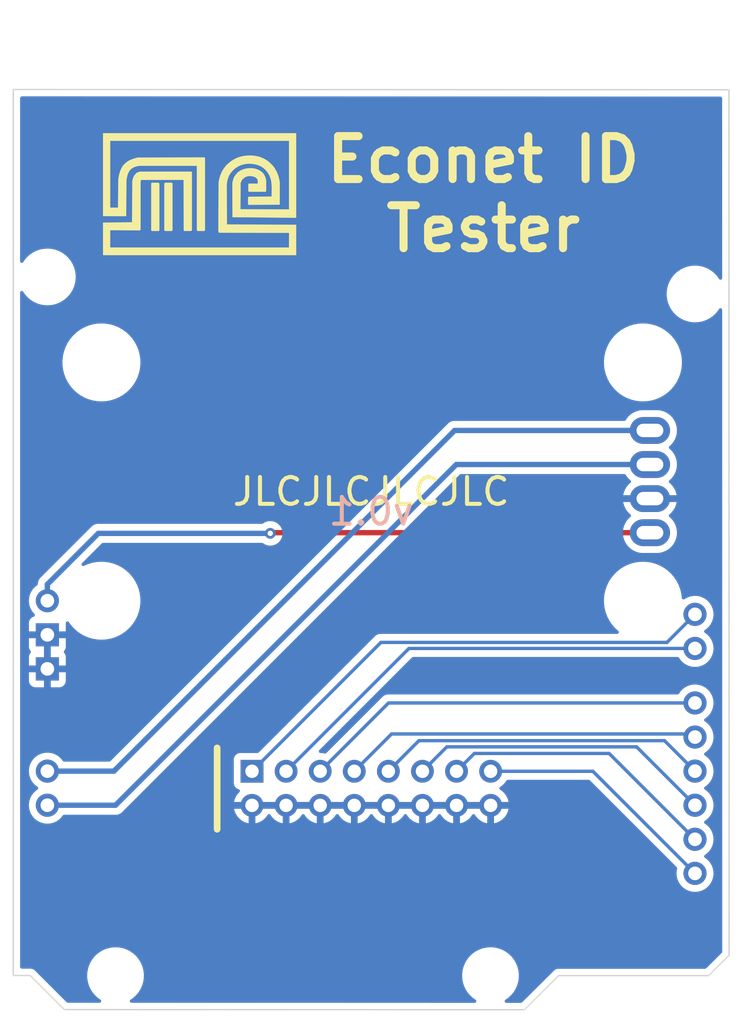
<source format=kicad_pcb>
(kicad_pcb (version 20211014) (generator pcbnew)
  (layers (0 "F.Cu" signal) (31 "B.Cu" signal) (34 "B.Paste" user) (35 "F.Paste" user) (36 "B.SilkS" user "B.Silkscreen") (37 "F.SilkS" user "F.Silkscreen") (38 "B.Mask" user) (39 "F.Mask" user) (44 "Edge.Cuts" user))
  (net 0 "")
  (net 1 "+5V")
  (net 2 "GND")
  (net 3 "/DIO")
  (net 4 "/CLK")
  (net 5 "/D2")
  (net 6 "/D3")
  (net 7 "/D4")
  (net 8 "/D5")
  (net 9 "/D6")
  (net 10 "/D7")
  (net 11 "/D8")
  (net 12 "/D9")
  (footprint "Connector_PinSocket_2.54mm:PinSocket_2x08_P2.54mm_Vertical" (layer "F.Cu") (at 190.7 85.49 90)
    (fp_text reference "J1" hide)
    (fp_text value "Conn_02x08_Odd_Even")
    (pad "1" thru_hole rect (at 0 0 90) (size 1.7 1.7) (drill 1) (layers *.Cu *.Mask) (net 12 "/D9"))
    (pad "2" thru_hole oval (at -2.54 0 90) (size 1.7 1.7) (drill 1) (layers *.Cu *.Mask) (net 2 "GND"))
    (pad "3" thru_hole oval (at 0 2.54 90) (size 1.7 1.7) (drill 1) (layers *.Cu *.Mask) (net 11 "/D8"))
    (pad "4" thru_hole oval (at -2.54 2.54 90) (size 1.7 1.7) (drill 1) (layers *.Cu *.Mask) (net 2 "GND"))
    (pad "5" thru_hole oval (at 0 5.08 90) (size 1.7 1.7) (drill 1) (layers *.Cu *.Mask) (net 10 "/D7"))
    (pad "6" thru_hole oval (at -2.54 5.08 90) (size 1.7 1.7) (drill 1) (layers *.Cu *.Mask) (net 2 "GND"))
    (pad "7" thru_hole oval (at 0 7.62 90) (size 1.7 1.7) (drill 1) (layers *.Cu *.Mask) (net 9 "/D6"))
    (pad "8" thru_hole oval (at -2.54 7.62 90) (size 1.7 1.7) (drill 1) (layers *.Cu *.Mask) (net 2 "GND"))
    (pad "9" thru_hole oval (at 0 10.16 90) (size 1.7 1.7) (drill 1) (layers *.Cu *.Mask) (net 8 "/D5"))
    (pad "10" thru_hole oval (at -2.54 10.16 90) (size 1.7 1.7) (drill 1) (layers *.Cu *.Mask) (net 2 "GND"))
    (pad "11" thru_hole oval (at 0 12.7 90) (size 1.7 1.7) (drill 1) (layers *.Cu *.Mask) (net 7 "/D4"))
    (pad "12" thru_hole oval (at -2.54 12.7 90) (size 1.7 1.7) (drill 1) (layers *.Cu *.Mask) (net 2 "GND"))
    (pad "13" thru_hole oval (at 0 15.24 90) (size 1.7 1.7) (drill 1) (layers *.Cu *.Mask) (net 6 "/D3"))
    (pad "14" thru_hole oval (at -2.54 15.24 90) (size 1.7 1.7) (drill 1) (layers *.Cu *.Mask) (net 2 "GND"))
    (pad "15" thru_hole oval (at 0 17.78 90) (size 1.7 1.7) (drill 1) (layers *.Cu *.Mask) (net 5 "/D2"))
    (pad "16" thru_hole oval (at -2.54 17.78 90) (size 1.7 1.7) (drill 1) (layers *.Cu *.Mask) (net 2 "GND"))
  )
  (footprint "EcoIDTester:TM1637_Module" (layer "F.Cu") (at 199.58 63.9)
    (fp_text reference "J2" hide)
    (fp_text value "Conn_01x04_Female")
    (pad "" np_thru_hole circle (at 20.25 -8.88) (size 3.2 3.2) (drill 3.2) (layers F&B.Cu *.Mask) (clearance 1.3))
    (pad "" np_thru_hole circle (at -20.1 8.88) (size 3.2 3.2) (drill 3.2) (layers F&B.Cu *.Mask) (clearance 1.3))
    (pad "" np_thru_hole circle (at 20.25 8.88) (size 3.2 3.2) (drill 3.2) (layers F&B.Cu *.Mask) (clearance 1.3))
    (pad "" np_thru_hole circle (at -20.1 -8.88) (size 3.2 3.2) (drill 3.2) (layers F&B.Cu *.Mask) (clearance 1.3))
    (pad "1" thru_hole oval (at 20.77 -3.81) (size 3 2) (drill oval 2 1) (layers *.Cu *.Mask) (net 4 "/CLK"))
    (pad "2" thru_hole oval (at 20.77 -1.27) (size 3 2) (drill oval 2 1) (layers *.Cu *.Mask) (net 3 "/DIO"))
    (pad "3" thru_hole oval (at 20.77 1.27) (size 3 2) (drill oval 2 1) (layers *.Cu *.Mask) (net 2 "GND"))
    (pad "4" thru_hole oval (at 20.77 3.81) (size 3 2) (drill oval 2 1) (layers *.Cu *.Mask) (net 1 "+5V"))
  )
  (footprint "EcoIDTester:Arduino_Uno_R3_Shield" (layer "F.Cu") (at 172.91 34.68 -90)
    (fp_text reference "A1" hide)
    (fp_text value "Arduino_Uno_R3_Shield")
    (pad "" np_thru_hole circle (at 66.04 -7.62 270) (size 3.2 3.2) (drill 3.2) (layers *.Cu *.Mask))
    (pad "" np_thru_hole circle (at 13.97 -2.54 270) (size 3.2 3.2) (drill 3.2) (layers *.Cu *.Mask))
    (pad "" np_thru_hole circle (at 15.24 -50.8 270) (size 3.2 3.2) (drill 3.2) (layers *.Cu *.Mask))
    (pad "" np_thru_hole circle (at 66.04 -35.56 270) (size 3.2 3.2) (drill 3.2) (layers *.Cu *.Mask))
    (pad "5V1" thru_hole oval (at 38.1 -2.54 270) (size 1.7272 1.7272) (drill 1.016) (layers *.Cu *.Mask) (net 1 "+5V"))
    (pad "A0" thru_hole oval (at 50.8 -2.54 270) (size 1.7272 1.7272) (drill 1.016) (layers *.Cu *.Mask) (net 4 "/CLK"))
    (pad "A1" thru_hole oval (at 53.34 -2.54 270) (size 1.7272 1.7272) (drill 1.016) (layers *.Cu *.Mask) (net 3 "/DIO"))
    (pad "D2" thru_hole oval (at 58.42 -50.8 270) (size 1.7272 1.7272) (drill 1.016) (layers *.Cu *.Mask) (net 5 "/D2"))
    (pad "D3" thru_hole oval (at 55.88 -50.8 270) (size 1.7272 1.7272) (drill 1.016) (layers *.Cu *.Mask) (net 6 "/D3"))
    (pad "D4" thru_hole oval (at 53.34 -50.8 270) (size 1.7272 1.7272) (drill 1.016) (layers *.Cu *.Mask) (net 7 "/D4"))
    (pad "D5" thru_hole oval (at 50.8 -50.8 270) (size 1.7272 1.7272) (drill 1.016) (layers *.Cu *.Mask) (net 8 "/D5"))
    (pad "D6" thru_hole oval (at 48.26 -50.8 270) (size 1.7272 1.7272) (drill 1.016) (layers *.Cu *.Mask) (net 9 "/D6"))
    (pad "D7" thru_hole oval (at 45.72 -50.8 270) (size 1.7272 1.7272) (drill 1.016) (layers *.Cu *.Mask) (net 10 "/D7"))
    (pad "D8" thru_hole oval (at 41.656 -50.8 270) (size 1.7272 1.7272) (drill 1.016) (layers *.Cu *.Mask) (net 11 "/D8"))
    (pad "D9" thru_hole oval (at 39.116 -50.8 270) (size 1.7272 1.7272) (drill 1.016) (layers *.Cu *.Mask) (net 12 "/D9"))
    (pad "GND2" thru_hole rect (at 40.64 -2.54 270) (size 1.7272 1.7272) (drill 1.016) (layers *.Cu *.Mask) (net 2 "GND"))
    (pad "GND3" thru_hole rect (at 43.18 -2.54 270) (size 1.7272 1.7272) (drill 1.016) (layers *.Cu *.Mask) (net 2 "GND"))
  )
  (gr_poly (pts (xy 183.767292 41.65669) (xy 183.800676 41.690021) (xy 183.800676 45.177457) (xy 183.775199 45.202882) (xy 183.749671 45.228306) (xy 183.251562 45.228306) (xy 183.21792 45.215488) (xy 183.184331 45.202573) (xy 183.184331 41.667853) (xy 183.221486 41.646302) (xy 183.221486 41.64625) (xy 183.258693 41.624601) (xy 183.496302 41.623978) (xy 183.733909 41.623359)) (layer "F.SilkS") (width 0) (fill solid))
  (gr_poly (pts (xy 184.737259 41.645322) (xy 184.778341 41.667283) (xy 184.778341 45.177457) (xy 184.752865 45.202882) (xy 184.727337 45.228306) (xy 184.213002 45.228306) (xy 184.187526 45.202882) (xy 184.161998 45.177457) (xy 184.161998 41.667853) (xy 184.199205 41.646302) (xy 184.236412 41.624601) (xy 184.466269 41.623978) (xy 184.696177 41.623359)) (layer "F.SilkS") (width 0) (fill solid))
  (gr_line (start 188.1 83.75) (end 188.1 89.81) (layer "F.SilkS") (width 0.5))
  (gr_poly (pts (xy 193.994523 44.244593) (xy 193.100434 44.238861) (xy 192.075674 44.228107) (xy 190.552152 44.21141) (xy 189.240912 44.203306) (xy 189.2349 42.91313) (xy 189.232441 42.268113) (xy 189.23378 41.623566) (xy 189.26641 41.493044) (xy 189.283398 41.428044) (xy 189.302161 41.363743) (xy 189.312519 41.331978) (xy 189.323694 41.300534) (xy 189.33581 41.26946) (xy 189.348991 41.238807) (xy 189.363361 41.208623) (xy 189.379046 41.178957) (xy 189.396169 41.149858) (xy 189.414855 41.121375) (xy 189.49107 41.02138) (xy 189.529839 40.971639) (xy 189.549753 40.947274) (xy 189.57016 40.923413) (xy 189.591164 40.900183) (xy 189.61287 40.877708) (xy 189.635381 40.856116) (xy 189.658801 40.835531) (xy 189.683237 40.81608) (xy 189.708791 40.797889) (xy 189.735567 40.781082) (xy 189.749447 40.773238) (xy 189.763671 40.765787) (xy 189.801732 40.739392) (xy 189.842461 40.714406) (xy 189.931249 40.668858) (xy 190.028688 40.629534) (xy 190.133429 40.596824) (xy 190.244124 40.571116) (xy 190.359425 40.552803) (xy 190.477983 40.542273) (xy 190.598451 40.539916) (xy 190.71948 40.546123) (xy 190.839723 40.561284) (xy 190.95783 40.585788) (xy 191.015661 40.601666) (xy 191.072453 40.620026) (xy 191.128038 40.640917) (xy 191.182245 40.664387) (xy 191.234908 40.690486) (xy 191.285858 40.719262) (xy 191.334925 40.750764) (xy 191.381942 40.785041) (xy 191.426739 40.822141) (xy 191.469149 40.862113) (xy 191.490852 40.879195) (xy 191.511092 40.897541) (xy 191.52998 40.917041) (xy 191.547623 40.937583) (xy 191.564133 40.959058) (xy 191.579617 40.981355) (xy 191.594186 41.004362) (xy 191.607949 41.027969) (xy 191.621015 41.052066) (xy 191.633493 41.076541) (xy 191.657126 41.126184) (xy 191.702157 41.225141) (xy 191.71106 41.252546) (xy 191.719253 41.280042) (xy 191.726735 41.307629) (xy 191.733508 41.335307) (xy 191.739572 41.363077) (xy 191.744926 41.390936) (xy 191.74957 41.418887) (xy 191.753505 41.446929) (xy 191.756731 41.475061) (xy 191.759248 41.503284) (xy 191.761056 41.531597) (xy 191.762155 41.56) (xy 191.762546 41.588495) (xy 191.762228 41.617079) (xy 191.761201 41.645754) (xy 191.759466 41.674518) (xy 191.758456 41.744782) (xy 191.758682 41.815356) (xy 191.760433 41.95683) (xy 191.760755 42.027429) (xy 191.759905 42.097734) (xy 191.757282 42.167594) (xy 191.752284 42.23686) (xy 191.750019 42.246729) (xy 191.747203 42.255679) (xy 191.74386 42.263752) (xy 191.740015 42.27099) (xy 191.735695 42.277435) (xy 191.730923 42.28313) (xy 191.725725 42.288116) (xy 191.720127 42.292435) (xy 191.714154 42.29613) (xy 191.707831 42.299242) (xy 191.701184 42.301813) (xy 191.694237 42.303886) (xy 191.687015 42.305502) (xy 191.679545 42.306704) (xy 191.663959 42.308033) (xy 191.647681 42.308208) (xy 191.630912 42.307566) (xy 191.596711 42.305176) (xy 191.579683 42.3041) (xy 191.562972 42.303553) (xy 191.546782 42.30387) (xy 191.531314 42.305387) (xy 190.471484 42.305387) (xy 190.463161 42.2994) (xy 190.455687 42.293062) (xy 190.449023 42.286389) (xy 190.443125 42.2794) (xy 190.437952 42.27211) (xy 190.433463 42.264538) (xy 190.429616 42.2567) (xy 190.42637 42.248614) (xy 190.423683 42.240296) (xy 190.421513 42.231765) (xy 190.419818 42.223037) (xy 190.418558 42.21413) (xy 190.417174 42.195846) (xy 190.417027 42.17705) (xy 190.417785 42.15788) (xy 190.419115 42.138474) (xy 190.422161 42.099503) (xy 190.423211 42.080214) (xy 190.423503 42.061239) (xy 190.422703 42.042715) (xy 190.420478 42.024781) (xy 190.421858 42.003838) (xy 190.422393 41.982738) (xy 190.422269 41.961517) (xy 190.421675 41.940209) (xy 190.41836 41.854803) (xy 190.418236 41.833581) (xy 190.41877 41.812481) (xy 190.42015 41.791538) (xy 190.422564 41.770786) (xy 190.426199 41.750259) (xy 190.431245 41.729993) (xy 190.437887 41.710022) (xy 190.441867 41.700158) (xy 190.446316 41.690382) (xy 191.121884 41.690382) (xy 191.120288 41.667674) (xy 191.119853 41.644612) (xy 191.12027 41.621289) (xy 191.12123 41.597801) (xy 191.123541 41.550705) (xy 191.124274 41.527288) (xy 191.124313 41.504084) (xy 191.12335 41.481187) (xy 191.121074 41.458693) (xy 191.117177 41.436696) (xy 191.114524 41.425914) (xy 191.11135 41.415291) (xy 191.107616 41.40484) (xy 191.103284 41.394573) (xy 191.098314 41.384501) (xy 191.092669 41.374636) (xy 191.086309 41.36499) (xy 191.079197 41.355575) (xy 191.071292 41.346403) (xy 191.062558 41.337485) (xy 191.052251 41.321401) (xy 191.040056 41.305887) (xy 191.026075 41.290957) (xy 191.010411 41.276626) (xy 190.993167 41.262909) (xy 190.974445 41.249819) (xy 190.93298 41.225579) (xy 190.886837 41.204021) (xy 190.836839 41.185262) (xy 190.783806 41.169414) (xy 190.72856 41.156593) (xy 190.671924 41.146914) (xy 190.614719 41.140491) (xy 190.557766 41.13744) (xy 190.501887 41.137875) (xy 190.447905 41.14191) (xy 190.39664 41.149662) (xy 190.348915 41.161244) (xy 190.326636 41.168507) (xy 190.305551 41.176771) (xy 190.291832 41.180084) (xy 190.278352 41.183856) (xy 190.265105 41.188071) (xy 190.252082 41.192712) (xy 190.239279 41.197762) (xy 190.226687 41.203204) (xy 190.202116 41.215198) (xy 190.178315 41.22856) (xy 190.155232 41.243155) (xy 190.132814 41.25885) (xy 190.111009 41.275511) (xy 190.089765 41.293002) (xy 190.069029 41.311191) (xy 190.048749 41.329943) (xy 190.028871 41.349124) (xy 189.990116 41.388236) (xy 189.952342 41.427454) (xy 189.933016 41.469324) (xy 189.91312 41.511072) (xy 189.893986 41.552988) (xy 189.88512 41.5741) (xy 189.876944 41.595362) (xy 189.869624 41.616811) (xy 189.863326 41.638484) (xy 189.858217 41.660416) (xy 189.854463 41.682644) (xy 189.85223 41.705203) (xy 189.851686 41.728131) (xy 189.852098 41.739744) (xy 189.852995 41.751463) (xy 189.854398 41.763292) (xy 189.856326 41.775236) (xy 189.844287 43.599155) (xy 193.452282 43.609751) (xy 193.452282 38.510783) (xy 180.136713 38.510783) (xy 180.136713 43.480506) (xy 180.708255 43.478904) (xy 180.720347 42.408015) (xy 180.732491 41.337122) (xy 180.767475 41.156876) (xy 180.80246 40.976627) (xy 180.847522 40.838807) (xy 180.892481 40.700934) (xy 180.956611 40.57009) (xy 180.973623 40.535526) (xy 180.990831 40.501573) (xy 181.008631 40.46832) (xy 181.017876 40.451983) (xy 181.027417 40.435854) (xy 181.037303 40.419944) (xy 181.047584 40.404265) (xy 181.058309 40.388826) (xy 181.069527 40.373639) (xy 181.081289 40.358716) (xy 181.093642 40.344067) (xy 181.106637 40.329703) (xy 181.120322 40.315635) (xy 181.145986 40.285054) (xy 181.173419 40.254574) (xy 181.202518 40.224318) (xy 181.23318 40.19441) (xy 181.2653 40.164972) (xy 181.298776 40.136127) (xy 181.333503 40.107999) (xy 181.369377 40.080711) (xy 181.406296 40.054385) (xy 181.444155 40.029145) (xy 181.482851 40.005114) (xy 181.522279 39.982414) (xy 181.562337 39.961169) (xy 181.60292 39.941501) (xy 181.643926 39.923535) (xy 181.685249 39.907392) (xy 181.846014 39.840624) (xy 182.010397 39.79453) (xy 182.17478 39.748435) (xy 184.658453 39.741613) (xy 187.142176 39.734792) (xy 187.171736 39.759237) (xy 187.201295 39.783729) (xy 187.201295 45.177457) (xy 187.175819 45.202933) (xy 187.150342 45.228358) (xy 186.635955 45.228358) (xy 186.610478 45.202933) (xy 186.58495 45.177457) (xy 186.58495 40.372272) (xy 182.277203 40.372272) (xy 182.11282 40.414233) (xy 181.948437 40.456194) (xy 181.841829 40.514072) (xy 181.73522 40.571949) (xy 181.652331 40.65463) (xy 181.569442 40.737366) (xy 181.505467 40.867643) (xy 181.441491 40.997816) (xy 181.395603 41.188709) (xy 181.349766 41.379548) (xy 181.337157 42.735386) (xy 181.325064 44.126618) (xy 180.459796 44.125891) (xy 179.594524 44.120829) (xy 179.594524 37.933765) (xy 193.994523 37.933765)) (layer "F.SilkS") (width 0) (fill solid))
  (gr_poly (pts (xy 190.643654 39.59628) (xy 190.722522 39.600317) (xy 190.801311 39.606677) (xy 190.879874 39.615416) (xy 190.958063 39.626588) (xy 191.035732 39.640249) (xy 191.112735 39.656452) (xy 191.154033 39.66525) (xy 191.194904 39.67536) (xy 191.235366 39.686705) (xy 191.275437 39.699205) (xy 191.315133 39.712782) (xy 191.354472 39.727357) (xy 191.393472 39.74285) (xy 191.43215 39.759184) (xy 191.50861 39.794057) (xy 191.583991 39.831346) (xy 191.658434 39.870419) (xy 191.732077 39.910648) (xy 191.761611 39.928605) (xy 191.790738 39.947053) (xy 191.819457 39.965995) (xy 191.847764 39.985434) (xy 191.875658 40.005373) (xy 191.903136 40.025814) (xy 191.930196 40.046761) (xy 191.956835 40.068216) (xy 191.983051 40.090182) (xy 192.008843 40.112661) (xy 192.034206 40.135657) (xy 192.05914 40.159172) (xy 192.083642 40.18321) (xy 192.107709 40.207772) (xy 192.13134 40.232861) (xy 192.154531 40.258482) (xy 192.194127 40.296896) (xy 192.232067 40.336762) (xy 192.268413 40.377989) (xy 192.303224 40.420482) (xy 192.336562 40.464151) (xy 192.368488 40.508902) (xy 192.399062 40.554642) (xy 192.428345 40.60128) (xy 192.456398 40.648723) (xy 192.483283 40.696879) (xy 192.509059 40.745654) (xy 192.533787 40.794957) (xy 192.580346 40.894775) (xy 192.623445 40.995594) (xy 192.648989 41.068903) (xy 192.672634 41.143007) (xy 192.69428 41.217802) (xy 192.71383 41.293183) (xy 192.731183 41.369043) (xy 192.74624 41.445278) (xy 192.758902 41.521782) (xy 192.76907 41.59845) (xy 192.76907 43.270185) (xy 190.457168 43.281138) (xy 190.448146 43.276319) (xy 190.440016 43.271082) (xy 190.432737 43.265447) (xy 190.426264 43.259434) (xy 190.420556 43.253063) (xy 190.41557 43.246353) (xy 190.411263 43.239326) (xy 190.407592 43.232001) (xy 190.404514 43.224398) (xy 190.401988 43.216536) (xy 190.399969 43.208437) (xy 190.398416 43.20012) (xy 190.396534 43.182912) (xy 190.396 43.165072) (xy 190.396473 43.14676) (xy 190.39761 43.128138) (xy 190.40051 43.090599) (xy 190.40159 43.072003) (xy 190.401965 43.053736) (xy 190.401296 43.035958) (xy 190.39924 43.01883) (xy 190.400348 42.999305) (xy 190.400849 42.979495) (xy 190.400503 42.939243) (xy 190.397783 42.857788) (xy 190.397327 42.817483) (xy 190.397744 42.797633) (xy 190.39875 42.778059) (xy 190.400467 42.758819) (xy 190.403013 42.739966) (xy 190.406508 42.721559) (xy 190.411073 42.703654) (xy 190.418614 42.696906) (xy 190.426421 42.690886) (xy 190.434479 42.685556) (xy 190.442777 42.68088) (xy 190.451299 42.67682) (xy 190.460033 42.673339) (xy 190.468965 42.670401) (xy 190.478081 42.667967) (xy 190.496812 42.664466) (xy 190.516119 42.66254) (xy 190.535892 42.661893) (xy 190.556025 42.662227) (xy 190.637974 42.667447) (xy 190.658275 42.668239) (xy 190.678284 42.668233) (xy 190.697895 42.667133) (xy 190.716998 42.66464) (xy 192.152671 42.655234) (xy 192.162717 42.114727) (xy 192.16186 41.97973) (xy 192.157171 41.844881) (xy 192.147408 41.710227) (xy 192.140236 41.642988) (xy 192.13133 41.575815) (xy 192.128906 41.544986) (xy 192.125183 41.514361) (xy 192.12027 41.48393) (xy 192.114274 41.453684) (xy 192.107303 41.423613) (xy 192.099465 41.393708) (xy 192.090866 41.36396) (xy 192.081615 41.334358) (xy 192.061586 41.275557) (xy 192.040237 41.217229) (xy 191.997023 41.101685) (xy 191.975536 41.059657) (xy 191.952986 41.018219) (xy 191.929371 40.977413) (xy 191.904688 40.937282) (xy 191.878937 40.897869) (xy 191.852113 40.859217) (xy 191.824216 40.821367) (xy 191.795242 40.784363) (xy 191.76519 40.748247) (xy 191.734057 40.713063) (xy 191.701841 40.678852) (xy 191.668541 40.645657) (xy 191.634152 40.613521) (xy 191.598675 40.582487) (xy 191.562105 40.552596) (xy 191.524441 40.523893) (xy 191.502397 40.507761) (xy 191.479916 40.492091) (xy 191.457029 40.476878) (xy 191.433764 40.462116) (xy 191.386219 40.43392) (xy 191.337518 40.407455) (xy 191.287899 40.382675) (xy 191.237596 40.35953) (xy 191.186847 40.337975) (xy 191.135887 40.31796) (xy 191.005321 40.282949) (xy 190.938737 40.267502) (xy 190.871387 40.253668) (xy 190.803348 40.241628) (xy 190.734697 40.231562) (xy 190.665511 40.223652) (xy 190.595867 40.218078) (xy 190.52584 40.21502) (xy 190.455509 40.214659) (xy 190.384949 40.217177) (xy 190.314237 40.222753) (xy 190.24345 40.231568) (xy 190.172665 40.243803) (xy 190.101958 40.259638) (xy 190.031407 40.279255) (xy 189.982555 40.291492) (xy 189.934358 40.305679) (xy 189.886826 40.32173) (xy 189.839971 40.339558) (xy 189.793801 40.359077) (xy 189.748329 40.380198) (xy 189.703563 40.402837) (xy 189.659514 40.426905) (xy 189.616193 40.452317) (xy 189.57361 40.478985) (xy 189.531775 40.506823) (xy 189.490699 40.535744) (xy 189.450391 40.565661) (xy 189.410864 40.596488) (xy 189.372126 40.628137) (xy 189.334188 40.660523) (xy 189.286699 40.709348) (xy 189.240242 40.758949) (xy 189.195175 40.809598) (xy 189.173275 40.835399) (xy 189.151858 40.861563) (xy 189.130967 40.888123) (xy 189.110648 40.915115) (xy 189.090946 40.94257) (xy 189.071905 40.970523) (xy 189.05357 40.999009) (xy 189.035987 41.028059) (xy 189.019199 41.057709) (xy 189.003252 41.087992) (xy 188.984223 41.126782) (xy 188.966377 41.166125) (xy 188.949682 41.205983) (xy 188.93411 41.246315) (xy 188.91963 41.287081) (xy 188.906214 41.328242) (xy 188.893832 41.369758) (xy 188.882455 41.411589) (xy 188.872051 41.453696) (xy 188.862594 41.496038) (xy 188.846395 41.581269) (xy 188.833622 41.666965) (xy 188.824038 41.752808) (xy 188.834735 44.200257) (xy 188.836906 44.698728) (xy 188.837061 44.733402) (xy 193.994523 44.755466) (xy 193.994523 47.029334) (xy 179.594524 47.029334) (xy 179.594524 44.597028) (xy 181.756356 44.570981) (xy 181.759043 44.139432) (xy 181.766019 43.028284) (xy 181.775683 41.485538) (xy 181.812425 41.35893) (xy 181.849115 41.232273) (xy 181.881774 41.16804) (xy 181.914383 41.103803) (xy 181.988331 41.012751) (xy 182.002351 40.995095) (xy 182.016131 40.977436) (xy 182.030021 40.960074) (xy 182.037117 40.951599) (xy 182.044372 40.943311) (xy 182.051829 40.935248) (xy 182.059533 40.927448) (xy 182.067527 40.919947) (xy 182.075856 40.912785) (xy 182.084563 40.905997) (xy 182.093691 40.899623) (xy 182.103285 40.893699) (xy 182.10827 40.890918) (xy 182.113388 40.888264) (xy 182.164548 40.854825) (xy 182.244027 40.82656) (xy 182.323556 40.79824) (xy 184.260699 40.797312) (xy 186.197842 40.796381) (xy 186.210761 40.829917) (xy 186.223629 40.863456) (xy 186.223629 45.177457) (xy 186.198152 45.202933) (xy 186.172624 45.228358) (xy 185.916516 45.227997) (xy 185.660408 45.227686) (xy 185.633949 45.210941) (xy 185.60749 45.194199) (xy 185.60594 44.663172) (xy 185.604545 44.172504) (xy 185.602064 43.30806) (xy 185.596638 41.421924) (xy 182.451042 41.421924) (xy 182.442609 41.432365) (xy 182.435304 41.442219) (xy 182.429035 41.451581) (xy 182.423713 41.460542) (xy 182.419244 41.469194) (xy 182.415539 41.477629) (xy 182.412505 41.485941) (xy 182.410051 41.494221) (xy 182.408086 41.502561) (xy 182.406518 41.511055) (xy 182.405257 41.519793) (xy 182.404211 41.528869) (xy 182.400348 41.570393) (xy 182.399107 43.352711) (xy 182.39859 44.14491) (xy 182.398281 44.627878) (xy 182.397919 45.135032) (xy 182.372442 45.160508) (xy 182.346966 45.185932) (xy 180.136713 45.171101) (xy 180.136713 46.452314) (xy 193.452282 46.452314) (xy 193.452282 45.370417) (xy 188.230276 45.35879) (xy 188.223034 45.343786) (xy 188.21654 45.328648) (xy 188.205646 45.297992) (xy 188.197302 45.266875) (xy 188.191217 45.23535) (xy 188.187097 45.20347) (xy 188.18465 45.171288) (xy 188.183584 45.138856) (xy 188.183607 45.106227) (xy 188.185749 45.04059) (xy 188.188738 44.974801) (xy 188.190235 44.909282) (xy 188.189693 44.876756) (xy 188.187902 44.844456) (xy 188.188625 44.691593) (xy 188.19095 44.194727) (xy 188.196815 42.887111) (xy 188.207074 41.579951) (xy 188.228565 41.464109) (xy 188.254258 41.34914) (xy 188.268747 41.292065) (xy 188.284366 41.235308) (xy 188.301144 41.178901) (xy 188.319106 41.122877) (xy 188.338279 41.06727) (xy 188.35869 41.012113) (xy 188.380366 40.957438) (xy 188.403334 40.903279) (xy 188.42762 40.849668) (xy 188.453251 40.796639) (xy 188.480254 40.744226) (xy 188.508657 40.69246) (xy 188.543745 40.640108) (xy 188.579632 40.587909) (xy 188.616393 40.536079) (xy 188.654101 40.484836) (xy 188.692829 40.4344) (xy 188.732651 40.384987) (xy 188.773641 40.336817) (xy 188.815873 40.290107) (xy 188.941298 40.180719) (xy 189.004354 40.126496) (xy 189.068396 40.073637) (xy 189.100963 40.047964) (xy 189.13399 40.022928) (xy 189.167547 39.998626) (xy 189.201705 39.975157) (xy 189.236534 39.952619) (xy 189.272106 39.931111) (xy 189.308492 39.910731) (xy 189.345763 39.891578) (xy 189.377089 39.873327) (xy 189.40883 39.855704) (xy 189.473454 39.822321) (xy 189.539437 39.791381) (xy 189.606583 39.762838) (xy 189.674693 39.736645) (xy 189.74357 39.712754) (xy 189.813017 39.69112) (xy 189.882837 39.671694) (xy 189.954439 39.65549) (xy 190.027428 39.641067) (xy 190.101656 39.62848) (xy 190.176978 39.617781) (xy 190.253245 39.609026) (xy 190.330314 39.602267) (xy 190.408035 39.597559) (xy 190.486264 39.594956) (xy 190.564852 39.594511)) (layer "F.SilkS") (width 0) (fill solid))
  (gr_line (start 226.24 34.7) (end 172.91 34.68) (layer "Edge.Cuts") (width 0.1))
  (gr_line (start 213.55 100.72) (end 224.72 100.72) (layer "Edge.Cuts") (width 0.1))
  (gr_line (start 224.72 100.72) (end 226.25 99.2) (layer "Edge.Cuts") (width 0.1))
  (gr_line (start 226.25 99.2) (end 226.24 34.7) (layer "Edge.Cuts") (width 0.1))
  (gr_line (start 172.91 100.71) (end 174.17 100.71) (layer "Edge.Cuts") (width 0.1))
  (gr_line (start 176.71 103.25) (end 211 103.26) (layer "Edge.Cuts") (width 0.1))
  (gr_line (start 211 103.26) (end 213.55 100.72) (layer "Edge.Cuts") (width 0.1))
  (gr_line (start 174.17 100.71) (end 176.71 103.25) (layer "Edge.Cuts") (width 0.1))
  (gr_line (start 172.91 34.68) (end 172.91 100.71) (layer "Edge.Cuts") (width 0.1))
  (gr_text "v0.1" (at 199.58 66.130119) (layer "B.SilkS") (effects (font (size 2 2) (thickness 0.3)) (justify mirror)))
  (gr_text "JLCJLCJLCJLC" (at 199.58 64.65) (layer "F.SilkS") (effects (font (size 2 2) (thickness 0.3))))
  (gr_text "Econet ID\nTester" (at 207.934523 42.481549) (layer "F.SilkS") (effects (font (size 3.2 3.2) (thickness 0.6))))
  (segment (start 220.35 67.71) (end 192.11 67.71) (width 0.4) (layer "F.Cu") (net 1))
  (segment (start 192.11 67.71) (end 192.06 67.76) (width 0.4) (layer "F.Cu") (net 1))
  (via (at 192.06 67.76) (size 0.8) (drill 0.4) (layers "F.Cu" "B.Cu") (net 1))
  (segment (start 175.45 72.78) (end 175.45 71.558686) (width 0.4) (layer "B.Cu") (net 1))
  (segment (start 175.45 71.558686) (end 179.248686 67.76) (width 0.4) (layer "B.Cu") (net 1))
  (segment (start 179.248686 67.76) (end 192.06 67.76) (width 0.4) (layer "B.Cu") (net 1))
  (segment (start 175.45 88.02) (end 180.53 88.02) (width 0.4) (layer "B.Cu") (net 3))
  (segment (start 180.53 88.02) (end 205.92 62.63) (width 0.4) (layer "B.Cu") (net 3))
  (segment (start 205.92 62.63) (end 220.35 62.63) (width 0.4) (layer "B.Cu") (net 3))
  (segment (start 175.45 85.48) (end 180.41 85.48) (width 0.4) (layer "B.Cu") (net 4))
  (segment (start 205.8 60.09) (end 220.35 60.09) (width 0.4) (layer "B.Cu") (net 4))
  (segment (start 180.41 85.48) (end 205.8 60.09) (width 0.4) (layer "B.Cu") (net 4))
  (segment (start 208.48 85.49) (end 216.1 85.49) (width 0.25) (layer "B.Cu") (net 5))
  (segment (start 216.1 85.49) (end 223.71 93.1) (width 0.25) (layer "B.Cu") (net 5))
  (segment (start 205.94 85.49) (end 207.27 84.16) (width 0.25) (layer "B.Cu") (net 6))
  (segment (start 207.27 84.16) (end 217.31 84.16) (width 0.25) (layer "B.Cu") (net 6))
  (segment (start 217.31 84.16) (end 223.71 90.56) (width 0.25) (layer "B.Cu") (net 6))
  (segment (start 203.4 85.49) (end 205.22 83.67) (width 0.25) (layer "B.Cu") (net 7))
  (segment (start 205.22 83.67) (end 219.36 83.67) (width 0.25) (layer "B.Cu") (net 7))
  (segment (start 219.36 83.67) (end 223.71 88.02) (width 0.25) (layer "B.Cu") (net 7))
  (segment (start 221.44 83.21) (end 223.71 85.48) (width 0.25) (layer "B.Cu") (net 8))
  (segment (start 200.86 85.49) (end 203.14 83.21) (width 0.25) (layer "B.Cu") (net 8))
  (segment (start 203.14 83.21) (end 221.44 83.21) (width 0.25) (layer "B.Cu") (net 8))
  (segment (start 223.48 82.71) (end 223.71 82.94) (width 0.25) (layer "B.Cu") (net 9))
  (segment (start 201.1 82.71) (end 223.48 82.71) (width 0.25) (layer "B.Cu") (net 9))
  (segment (start 198.32 85.49) (end 201.1 82.71) (width 0.25) (layer "B.Cu") (net 9))
  (segment (start 195.78 85.49) (end 200.87 80.4) (width 0.25) (layer "B.Cu") (net 10))
  (segment (start 200.87 80.4) (end 223.71 80.4) (width 0.25) (layer "B.Cu") (net 10))
  (segment (start 193.24 85.49) (end 202.394 76.336) (width 0.25) (layer "B.Cu") (net 11))
  (segment (start 202.394 76.336) (end 223.71 76.336) (width 0.25) (layer "B.Cu") (net 11))
  (segment (start 200.303501 75.886499) (end 221.619501 75.886499) (width 0.25) (layer "B.Cu") (net 12))
  (segment (start 221.619501 75.886499) (end 223.71 73.796) (width 0.25) (layer "B.Cu") (net 12))
  (segment (start 190.7 85.49) (end 200.303501 75.886499) (width 0.25) (layer "B.Cu") (net 12))
  (zone (net 2) (net_name "GND") (layer "B.Cu") (connect_pads (clearance 0.508)) (min_thickness 0.254) (fill yes (thermal_gap 0.508) (thermal_bridge_width 0.508))
    (polygon (pts (xy 226.24 103.26) (xy 172.9 103.22) (xy 172.92 34.68) (xy 226.23 34.68)))
  )
)
</source>
